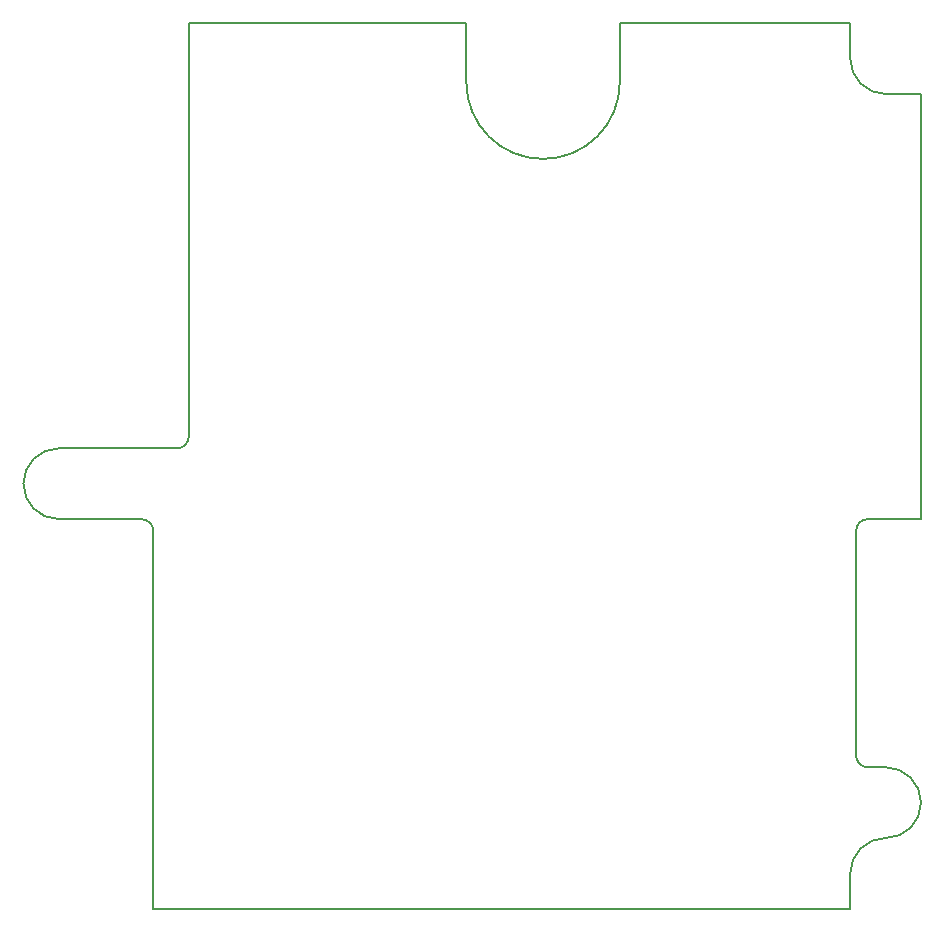
<source format=gbr>
G04 #@! TF.FileFunction,Profile,NP*
%FSLAX46Y46*%
G04 Gerber Fmt 4.6, Leading zero omitted, Abs format (unit mm)*
G04 Created by KiCad (PCBNEW 4.0.5) date 02/07/17 23:03:00*
%MOMM*%
%LPD*%
G01*
G04 APERTURE LIST*
%ADD10C,0.100000*%
%ADD11C,0.150000*%
G04 APERTURE END LIST*
D10*
D11*
X70000000Y-72000000D02*
X70000000Y-75000000D01*
X71500000Y-42000000D02*
X76000000Y-42000000D01*
X71500000Y-42000000D02*
G75*
G03X70500000Y-43000000I0J-1000000D01*
G01*
X70500000Y-62000000D02*
X70500000Y-43000000D01*
X71500000Y-63000000D02*
X73000000Y-63000000D01*
X70500000Y-62000000D02*
G75*
G03X71500000Y-63000000I1000000J0D01*
G01*
X11000000Y-43000000D02*
X11000000Y-75000000D01*
X10000000Y-42000000D02*
X3000000Y-42000000D01*
X11000000Y-43000000D02*
G75*
G03X10000000Y-42000000I-1000000J0D01*
G01*
X14000000Y-35000000D02*
X14000000Y0D01*
X13000000Y-36000000D02*
X3000000Y-36000000D01*
X13000000Y-36000000D02*
G75*
G03X14000000Y-35000000I0J1000000D01*
G01*
X73000000Y-69000000D02*
G75*
G03X70000000Y-72000000I0J-3000000D01*
G01*
X76000000Y-6000000D02*
X76000000Y-42000000D01*
X70000000Y0D02*
X50500000Y0D01*
X70000000Y-3000000D02*
X70000000Y0D01*
X73000000Y-6000000D02*
X76000000Y-6000000D01*
X70000000Y-3000000D02*
G75*
G03X73000000Y-6000000I3000000J0D01*
G01*
X73000000Y-69000000D02*
G75*
G03X76000000Y-66000000I0J3000000D01*
G01*
X76000000Y-66000000D02*
G75*
G03X73000000Y-63000000I-3000000J0D01*
G01*
X3000000Y-36000000D02*
G75*
G03X0Y-39000000I0J-3000000D01*
G01*
X0Y-39000000D02*
G75*
G03X3000000Y-42000000I3000000J0D01*
G01*
X14000000Y0D02*
X37500000Y0D01*
X37500000Y-5000000D02*
X37500000Y0D01*
X50500000Y0D02*
X50500000Y-5000000D01*
X37500000Y-5000000D02*
G75*
G03X44000000Y-11500000I6500000J0D01*
G01*
X44000000Y-11500000D02*
G75*
G03X50500000Y-5000000I0J6500000D01*
G01*
X11000000Y-75000000D02*
X70000000Y-75000000D01*
M02*

</source>
